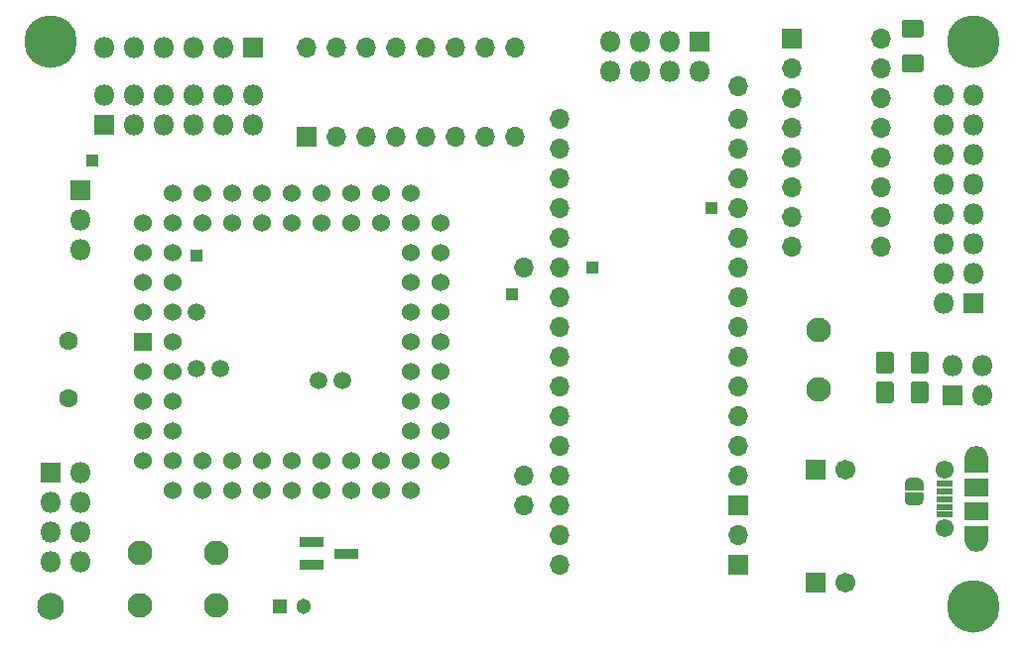
<source format=gbr>
%TF.GenerationSoftware,KiCad,Pcbnew,5.0.0-fee4fd1~66~ubuntu18.04.1*%
%TF.CreationDate,2018-09-09T22:09:21+02:00*%
%TF.ProjectId,z180,7A3138302E6B696361645F7063620000,0.1*%
%TF.SameCoordinates,Original*%
%TF.FileFunction,Soldermask,Top*%
%TF.FilePolarity,Negative*%
%FSLAX46Y46*%
G04 Gerber Fmt 4.6, Leading zero omitted, Abs format (unit mm)*
G04 Created by KiCad (PCBNEW 5.0.0-fee4fd1~66~ubuntu18.04.1) date Sun Sep  9 22:09:21 2018*
%MOMM*%
%LPD*%
G01*
G04 APERTURE LIST*
%ADD10C,0.500000*%
%ADD11C,0.100000*%
%ADD12R,2.001600X1.601600*%
%ADD13C,1.551600*%
%ADD14R,1.451600X0.501600*%
%ADD15O,2.001600X2.001600*%
%ADD16R,2.001600X1.301600*%
%ADD17O,1.801600X1.801600*%
%ADD18R,1.801600X1.801600*%
%ADD19C,2.301600*%
%ADD20C,1.524000*%
%ADD21R,1.524000X1.524000*%
%ADD22O,1.701600X1.701600*%
%ADD23R,1.701600X1.701600*%
%ADD24C,0.801600*%
%ADD25C,4.501600*%
%ADD26C,2.101600*%
%ADD27C,1.701600*%
%ADD28C,1.526600*%
%ADD29C,1.301600*%
%ADD30R,1.301600X1.301600*%
%ADD31C,1.501600*%
%ADD32R,1.101600X1.101600*%
%ADD33R,2.001600X0.901600*%
%ADD34C,1.601600*%
G04 APERTURE END LIST*
D10*
X115316000Y-59436000D03*
D11*
G36*
X116116198Y-59442113D02*
X116116198Y-59460534D01*
X116115953Y-59465514D01*
X116111143Y-59514345D01*
X116110412Y-59519275D01*
X116100840Y-59567400D01*
X116099628Y-59572237D01*
X116085384Y-59619192D01*
X116083705Y-59623885D01*
X116064928Y-59669218D01*
X116062796Y-59673726D01*
X116039665Y-59716999D01*
X116037103Y-59721273D01*
X116009843Y-59762072D01*
X116006873Y-59766077D01*
X115975745Y-59804006D01*
X115972397Y-59807700D01*
X115937700Y-59842397D01*
X115934006Y-59845745D01*
X115896077Y-59876873D01*
X115892072Y-59879843D01*
X115851273Y-59907103D01*
X115846999Y-59909665D01*
X115803726Y-59932796D01*
X115799218Y-59934928D01*
X115753885Y-59953705D01*
X115749192Y-59955384D01*
X115702237Y-59969628D01*
X115697400Y-59970840D01*
X115649275Y-59980412D01*
X115644345Y-59981143D01*
X115595514Y-59985953D01*
X115590534Y-59986198D01*
X115572113Y-59986198D01*
X115566000Y-59986800D01*
X115066000Y-59986800D01*
X115059887Y-59986198D01*
X115041466Y-59986198D01*
X115036486Y-59985953D01*
X114987655Y-59981143D01*
X114982725Y-59980412D01*
X114934600Y-59970840D01*
X114929763Y-59969628D01*
X114882808Y-59955384D01*
X114878115Y-59953705D01*
X114832782Y-59934928D01*
X114828274Y-59932796D01*
X114785001Y-59909665D01*
X114780727Y-59907103D01*
X114739928Y-59879843D01*
X114735923Y-59876873D01*
X114697994Y-59845745D01*
X114694300Y-59842397D01*
X114659603Y-59807700D01*
X114656255Y-59804006D01*
X114625127Y-59766077D01*
X114622157Y-59762072D01*
X114594897Y-59721273D01*
X114592335Y-59716999D01*
X114569204Y-59673726D01*
X114567072Y-59669218D01*
X114548295Y-59623885D01*
X114546616Y-59619192D01*
X114532372Y-59572237D01*
X114531160Y-59567400D01*
X114521588Y-59519275D01*
X114520857Y-59514345D01*
X114516047Y-59465514D01*
X114515802Y-59460534D01*
X114515802Y-59442113D01*
X114515200Y-59436000D01*
X114515200Y-58936000D01*
X114516176Y-58926089D01*
X114519067Y-58916560D01*
X114523761Y-58907777D01*
X114530079Y-58900079D01*
X114537777Y-58893761D01*
X114546560Y-58889067D01*
X114556089Y-58886176D01*
X114566000Y-58885200D01*
X116066000Y-58885200D01*
X116075911Y-58886176D01*
X116085440Y-58889067D01*
X116094223Y-58893761D01*
X116101921Y-58900079D01*
X116108239Y-58907777D01*
X116112933Y-58916560D01*
X116115824Y-58926089D01*
X116116800Y-58936000D01*
X116116800Y-59436000D01*
X116116198Y-59442113D01*
X116116198Y-59442113D01*
G37*
D10*
X115316000Y-58136000D03*
D11*
G36*
X116115824Y-58645911D02*
X116112933Y-58655440D01*
X116108239Y-58664223D01*
X116101921Y-58671921D01*
X116094223Y-58678239D01*
X116085440Y-58682933D01*
X116075911Y-58685824D01*
X116066000Y-58686800D01*
X114566000Y-58686800D01*
X114556089Y-58685824D01*
X114546560Y-58682933D01*
X114537777Y-58678239D01*
X114530079Y-58671921D01*
X114523761Y-58664223D01*
X114519067Y-58655440D01*
X114516176Y-58645911D01*
X114515200Y-58636000D01*
X114515200Y-58136000D01*
X114515802Y-58129887D01*
X114515802Y-58111466D01*
X114516047Y-58106486D01*
X114520857Y-58057655D01*
X114521588Y-58052725D01*
X114531160Y-58004600D01*
X114532372Y-57999763D01*
X114546616Y-57952808D01*
X114548295Y-57948115D01*
X114567072Y-57902782D01*
X114569204Y-57898274D01*
X114592335Y-57855001D01*
X114594897Y-57850727D01*
X114622157Y-57809928D01*
X114625127Y-57805923D01*
X114656255Y-57767994D01*
X114659603Y-57764300D01*
X114694300Y-57729603D01*
X114697994Y-57726255D01*
X114735923Y-57695127D01*
X114739928Y-57692157D01*
X114780727Y-57664897D01*
X114785001Y-57662335D01*
X114828274Y-57639204D01*
X114832782Y-57637072D01*
X114878115Y-57618295D01*
X114882808Y-57616616D01*
X114929763Y-57602372D01*
X114934600Y-57601160D01*
X114982725Y-57591588D01*
X114987655Y-57590857D01*
X115036486Y-57586047D01*
X115041466Y-57585802D01*
X115059887Y-57585802D01*
X115066000Y-57585200D01*
X115566000Y-57585200D01*
X115572113Y-57585802D01*
X115590534Y-57585802D01*
X115595514Y-57586047D01*
X115644345Y-57590857D01*
X115649275Y-57591588D01*
X115697400Y-57601160D01*
X115702237Y-57602372D01*
X115749192Y-57616616D01*
X115753885Y-57618295D01*
X115799218Y-57637072D01*
X115803726Y-57639204D01*
X115846999Y-57662335D01*
X115851273Y-57664897D01*
X115892072Y-57692157D01*
X115896077Y-57695127D01*
X115934006Y-57726255D01*
X115937700Y-57729603D01*
X115972397Y-57764300D01*
X115975745Y-57767994D01*
X116006873Y-57805923D01*
X116009843Y-57809928D01*
X116037103Y-57850727D01*
X116039665Y-57855001D01*
X116062796Y-57898274D01*
X116064928Y-57902782D01*
X116083705Y-57948115D01*
X116085384Y-57952808D01*
X116099628Y-57999763D01*
X116100840Y-58004600D01*
X116110412Y-58052725D01*
X116111143Y-58057655D01*
X116115953Y-58106486D01*
X116116198Y-58111466D01*
X116116198Y-58129887D01*
X116116800Y-58136000D01*
X116116800Y-58636000D01*
X116115824Y-58645911D01*
X116115824Y-58645911D01*
G37*
D12*
X120617500Y-58436000D03*
D13*
X117917500Y-61936000D03*
D14*
X117917500Y-60086000D03*
X117917500Y-60736000D03*
X117917500Y-58136000D03*
X117917500Y-58786000D03*
X117917500Y-59436000D03*
D13*
X117917500Y-56936000D03*
D12*
X120617500Y-60436000D03*
D15*
X120617500Y-62936000D03*
X120617500Y-55936000D03*
D16*
X120617500Y-56536000D03*
X120617500Y-62336000D03*
D17*
X44196000Y-64770000D03*
X41656000Y-64770000D03*
X44196000Y-62230000D03*
X41656000Y-62230000D03*
X44196000Y-59690000D03*
X41656000Y-59690000D03*
X44196000Y-57150000D03*
D18*
X41656000Y-57150000D03*
D19*
X41656000Y-68580000D03*
D17*
X44196000Y-38100000D03*
X44196000Y-35560000D03*
D18*
X44196000Y-33020000D03*
D17*
X117856000Y-24892000D03*
X120396000Y-24892000D03*
X117856000Y-27432000D03*
X120396000Y-27432000D03*
X117856000Y-29972000D03*
X120396000Y-29972000D03*
X117856000Y-32512000D03*
X120396000Y-32512000D03*
X117856000Y-35052000D03*
X120396000Y-35052000D03*
X117856000Y-37592000D03*
X120396000Y-37592000D03*
X117856000Y-40132000D03*
X120396000Y-40132000D03*
X117856000Y-42672000D03*
D18*
X120396000Y-42672000D03*
D17*
X46228000Y-20828000D03*
X48768000Y-20828000D03*
X51308000Y-20828000D03*
X53848000Y-20828000D03*
X56388000Y-20828000D03*
D18*
X58928000Y-20828000D03*
D20*
X52070000Y-33274000D03*
X54610000Y-33274000D03*
X57150000Y-33274000D03*
X59690000Y-33274000D03*
X62230000Y-33274000D03*
X64770000Y-33274000D03*
X67310000Y-33274000D03*
X69850000Y-33274000D03*
X49530000Y-35814000D03*
X54610000Y-35814000D03*
X57150000Y-35814000D03*
X59690000Y-35814000D03*
X62230000Y-35814000D03*
X64770000Y-35814000D03*
X67310000Y-35814000D03*
X69850000Y-35814000D03*
X72390000Y-35814000D03*
X74930000Y-35814000D03*
X74930000Y-38354000D03*
X74930000Y-40894000D03*
X74930000Y-43434000D03*
X74930000Y-45974000D03*
X74930000Y-48514000D03*
X74930000Y-51054000D03*
X74930000Y-53594000D03*
X74930000Y-56134000D03*
X72390000Y-33274000D03*
X72390000Y-38354000D03*
X72390000Y-40894000D03*
X72390000Y-43434000D03*
X72390000Y-45974000D03*
X72390000Y-48514000D03*
X72390000Y-51054000D03*
X72390000Y-53594000D03*
X72390000Y-56134000D03*
X72390000Y-58674000D03*
X69850000Y-58674000D03*
X67310000Y-58674000D03*
X64770000Y-58674000D03*
X62230000Y-58674000D03*
X59690000Y-58674000D03*
X57150000Y-58674000D03*
X54610000Y-58674000D03*
X52070000Y-58674000D03*
X69850000Y-56134000D03*
X67310000Y-56134000D03*
X64770000Y-56134000D03*
X62230000Y-56134000D03*
X59690000Y-56134000D03*
X57150000Y-56134000D03*
X54610000Y-56134000D03*
X52070000Y-56134000D03*
X49530000Y-38354000D03*
X49530000Y-40894000D03*
X49530000Y-43434000D03*
X49530000Y-56134000D03*
X49530000Y-53594000D03*
X49530000Y-51054000D03*
X49530000Y-48514000D03*
D21*
X49530000Y-45974000D03*
D20*
X52070000Y-35814000D03*
X52070000Y-38354000D03*
X52070000Y-40894000D03*
X52070000Y-43434000D03*
X52070000Y-53594000D03*
X52070000Y-51054000D03*
X52070000Y-48514000D03*
X52070000Y-45974000D03*
D17*
X89408000Y-22860000D03*
X89408000Y-20320000D03*
X91948000Y-22860000D03*
X91948000Y-20320000D03*
X94488000Y-22860000D03*
X94488000Y-20320000D03*
X97028000Y-22860000D03*
D18*
X97028000Y-20320000D03*
D22*
X85090000Y-65024000D03*
X100330000Y-26924000D03*
X85090000Y-62484000D03*
X100330000Y-29464000D03*
X85090000Y-59944000D03*
X100330000Y-32004000D03*
X85090000Y-57404000D03*
X100330000Y-34544000D03*
X85090000Y-54864000D03*
X100330000Y-37084000D03*
X85090000Y-52324000D03*
X100330000Y-39624000D03*
X85090000Y-49784000D03*
X100330000Y-42164000D03*
X85090000Y-47244000D03*
X100330000Y-44704000D03*
X85090000Y-44704000D03*
X100330000Y-47244000D03*
X85090000Y-42164000D03*
X100330000Y-49784000D03*
X85090000Y-39624000D03*
X100330000Y-52324000D03*
X85090000Y-37084000D03*
X100330000Y-54864000D03*
X85090000Y-34544000D03*
X100330000Y-57404000D03*
X85090000Y-32004000D03*
X100330000Y-59944000D03*
X85090000Y-29464000D03*
X100330000Y-62484000D03*
X85090000Y-26924000D03*
D23*
X100330000Y-65024000D03*
D22*
X63500000Y-20828000D03*
X81280000Y-28448000D03*
X66040000Y-20828000D03*
X78740000Y-28448000D03*
X68580000Y-20828000D03*
X76200000Y-28448000D03*
X71120000Y-20828000D03*
X73660000Y-28448000D03*
X73660000Y-20828000D03*
X71120000Y-28448000D03*
X76200000Y-20828000D03*
X68580000Y-28448000D03*
X78740000Y-20828000D03*
X66040000Y-28448000D03*
X81280000Y-20828000D03*
D23*
X63500000Y-28448000D03*
D24*
X121562726Y-19153274D03*
X120396000Y-18670000D03*
X119229274Y-19153274D03*
X118746000Y-20320000D03*
X119229274Y-21486726D03*
X120396000Y-21970000D03*
X121562726Y-21486726D03*
X122046000Y-20320000D03*
D25*
X120396000Y-20320000D03*
D24*
X42822726Y-19153274D03*
X41656000Y-18670000D03*
X40489274Y-19153274D03*
X40006000Y-20320000D03*
X40489274Y-21486726D03*
X41656000Y-21970000D03*
X42822726Y-21486726D03*
X43306000Y-20320000D03*
D25*
X41656000Y-20320000D03*
D26*
X107198000Y-44958000D03*
X107188000Y-50038000D03*
D27*
X109434000Y-66548000D03*
D23*
X106934000Y-66548000D03*
D22*
X82042000Y-59944000D03*
X100330000Y-24130000D03*
X82042000Y-57404000D03*
X100330000Y-29464000D03*
X85090000Y-54864000D03*
X100330000Y-32004000D03*
X85090000Y-52324000D03*
X100330000Y-34544000D03*
X85090000Y-49784000D03*
X100330000Y-37084000D03*
X85090000Y-47244000D03*
X100330000Y-39624000D03*
X85090000Y-44704000D03*
X100330000Y-42164000D03*
X85090000Y-42164000D03*
X100330000Y-44704000D03*
X82042000Y-39624000D03*
X100330000Y-47244000D03*
X85090000Y-37084000D03*
X100330000Y-49784000D03*
X85090000Y-34544000D03*
X100330000Y-52324000D03*
X85090000Y-32004000D03*
X100330000Y-54864000D03*
X85090000Y-29464000D03*
X100330000Y-57404000D03*
X85090000Y-26924000D03*
D23*
X100330000Y-59944000D03*
D24*
X121562726Y-67413274D03*
X120396000Y-66930000D03*
X119229274Y-67413274D03*
X118746000Y-68580000D03*
X119229274Y-69746726D03*
X120396000Y-70230000D03*
X121562726Y-69746726D03*
X122046000Y-68580000D03*
D25*
X120396000Y-68580000D03*
D11*
G36*
X115873226Y-18451490D02*
X115899225Y-18455346D01*
X115924720Y-18461732D01*
X115949467Y-18470587D01*
X115973227Y-18481824D01*
X115995771Y-18495337D01*
X116016881Y-18510993D01*
X116036356Y-18528644D01*
X116054007Y-18548119D01*
X116069663Y-18569229D01*
X116083176Y-18591773D01*
X116094413Y-18615533D01*
X116103268Y-18640280D01*
X116109654Y-18665775D01*
X116113510Y-18691774D01*
X116114800Y-18718025D01*
X116114800Y-19708975D01*
X116113510Y-19735226D01*
X116109654Y-19761225D01*
X116103268Y-19786720D01*
X116094413Y-19811467D01*
X116083176Y-19835227D01*
X116069663Y-19857771D01*
X116054007Y-19878881D01*
X116036356Y-19898356D01*
X116016881Y-19916007D01*
X115995771Y-19931663D01*
X115973227Y-19945176D01*
X115949467Y-19956413D01*
X115924720Y-19965268D01*
X115899225Y-19971654D01*
X115873226Y-19975510D01*
X115846975Y-19976800D01*
X114531025Y-19976800D01*
X114504774Y-19975510D01*
X114478775Y-19971654D01*
X114453280Y-19965268D01*
X114428533Y-19956413D01*
X114404773Y-19945176D01*
X114382229Y-19931663D01*
X114361119Y-19916007D01*
X114341644Y-19898356D01*
X114323993Y-19878881D01*
X114308337Y-19857771D01*
X114294824Y-19835227D01*
X114283587Y-19811467D01*
X114274732Y-19786720D01*
X114268346Y-19761225D01*
X114264490Y-19735226D01*
X114263200Y-19708975D01*
X114263200Y-18718025D01*
X114264490Y-18691774D01*
X114268346Y-18665775D01*
X114274732Y-18640280D01*
X114283587Y-18615533D01*
X114294824Y-18591773D01*
X114308337Y-18569229D01*
X114323993Y-18548119D01*
X114341644Y-18528644D01*
X114361119Y-18510993D01*
X114382229Y-18495337D01*
X114404773Y-18481824D01*
X114428533Y-18470587D01*
X114453280Y-18461732D01*
X114478775Y-18455346D01*
X114504774Y-18451490D01*
X114531025Y-18450200D01*
X115846975Y-18450200D01*
X115873226Y-18451490D01*
X115873226Y-18451490D01*
G37*
D28*
X115189000Y-19213500D03*
D11*
G36*
X115873226Y-21426490D02*
X115899225Y-21430346D01*
X115924720Y-21436732D01*
X115949467Y-21445587D01*
X115973227Y-21456824D01*
X115995771Y-21470337D01*
X116016881Y-21485993D01*
X116036356Y-21503644D01*
X116054007Y-21523119D01*
X116069663Y-21544229D01*
X116083176Y-21566773D01*
X116094413Y-21590533D01*
X116103268Y-21615280D01*
X116109654Y-21640775D01*
X116113510Y-21666774D01*
X116114800Y-21693025D01*
X116114800Y-22683975D01*
X116113510Y-22710226D01*
X116109654Y-22736225D01*
X116103268Y-22761720D01*
X116094413Y-22786467D01*
X116083176Y-22810227D01*
X116069663Y-22832771D01*
X116054007Y-22853881D01*
X116036356Y-22873356D01*
X116016881Y-22891007D01*
X115995771Y-22906663D01*
X115973227Y-22920176D01*
X115949467Y-22931413D01*
X115924720Y-22940268D01*
X115899225Y-22946654D01*
X115873226Y-22950510D01*
X115846975Y-22951800D01*
X114531025Y-22951800D01*
X114504774Y-22950510D01*
X114478775Y-22946654D01*
X114453280Y-22940268D01*
X114428533Y-22931413D01*
X114404773Y-22920176D01*
X114382229Y-22906663D01*
X114361119Y-22891007D01*
X114341644Y-22873356D01*
X114323993Y-22853881D01*
X114308337Y-22832771D01*
X114294824Y-22810227D01*
X114283587Y-22786467D01*
X114274732Y-22761720D01*
X114268346Y-22736225D01*
X114264490Y-22710226D01*
X114263200Y-22683975D01*
X114263200Y-21693025D01*
X114264490Y-21666774D01*
X114268346Y-21640775D01*
X114274732Y-21615280D01*
X114283587Y-21590533D01*
X114294824Y-21566773D01*
X114308337Y-21544229D01*
X114323993Y-21523119D01*
X114341644Y-21503644D01*
X114361119Y-21485993D01*
X114382229Y-21470337D01*
X114404773Y-21456824D01*
X114428533Y-21445587D01*
X114453280Y-21436732D01*
X114478775Y-21430346D01*
X114504774Y-21426490D01*
X114531025Y-21425200D01*
X115846975Y-21425200D01*
X115873226Y-21426490D01*
X115873226Y-21426490D01*
G37*
D28*
X115189000Y-22188500D03*
D22*
X112485500Y-20066000D03*
X104865500Y-37846000D03*
X112485500Y-22606000D03*
X104865500Y-35306000D03*
X112485500Y-25146000D03*
X104865500Y-32766000D03*
X112485500Y-27686000D03*
X104865500Y-30226000D03*
X112485500Y-30226000D03*
X104865500Y-27686000D03*
X112485500Y-32766000D03*
X104865500Y-25146000D03*
X112485500Y-35306000D03*
X104865500Y-22606000D03*
X112485500Y-37846000D03*
D23*
X104865500Y-20066000D03*
D29*
X63214000Y-68580000D03*
D30*
X61214000Y-68580000D03*
D27*
X109434000Y-56896000D03*
D23*
X106934000Y-56896000D03*
D17*
X58928000Y-24892000D03*
X58928000Y-27432000D03*
X56388000Y-24892000D03*
X56388000Y-27432000D03*
X53848000Y-24892000D03*
X53848000Y-27432000D03*
X51308000Y-24892000D03*
X51308000Y-27432000D03*
X48768000Y-24892000D03*
X48768000Y-27432000D03*
X46228000Y-24892000D03*
D18*
X46228000Y-27432000D03*
D31*
X54070000Y-43434000D03*
X52070000Y-43434000D03*
X66516000Y-49276000D03*
X64516000Y-49276000D03*
X56102000Y-48260000D03*
X54102000Y-48260000D03*
D32*
X87884000Y-39624000D03*
X98044000Y-34544000D03*
X81026000Y-41910000D03*
X54102000Y-38608000D03*
X45212000Y-30480000D03*
D26*
X55776000Y-64008000D03*
X55776000Y-68508000D03*
X49276000Y-64008000D03*
X49276000Y-68508000D03*
D11*
G36*
X116309226Y-46827490D02*
X116335225Y-46831346D01*
X116360720Y-46837732D01*
X116385467Y-46846587D01*
X116409227Y-46857824D01*
X116431771Y-46871337D01*
X116452881Y-46886993D01*
X116472356Y-46904644D01*
X116490007Y-46924119D01*
X116505663Y-46945229D01*
X116519176Y-46967773D01*
X116530413Y-46991533D01*
X116539268Y-47016280D01*
X116545654Y-47041775D01*
X116549510Y-47067774D01*
X116550800Y-47094025D01*
X116550800Y-48409975D01*
X116549510Y-48436226D01*
X116545654Y-48462225D01*
X116539268Y-48487720D01*
X116530413Y-48512467D01*
X116519176Y-48536227D01*
X116505663Y-48558771D01*
X116490007Y-48579881D01*
X116472356Y-48599356D01*
X116452881Y-48617007D01*
X116431771Y-48632663D01*
X116409227Y-48646176D01*
X116385467Y-48657413D01*
X116360720Y-48666268D01*
X116335225Y-48672654D01*
X116309226Y-48676510D01*
X116282975Y-48677800D01*
X115292025Y-48677800D01*
X115265774Y-48676510D01*
X115239775Y-48672654D01*
X115214280Y-48666268D01*
X115189533Y-48657413D01*
X115165773Y-48646176D01*
X115143229Y-48632663D01*
X115122119Y-48617007D01*
X115102644Y-48599356D01*
X115084993Y-48579881D01*
X115069337Y-48558771D01*
X115055824Y-48536227D01*
X115044587Y-48512467D01*
X115035732Y-48487720D01*
X115029346Y-48462225D01*
X115025490Y-48436226D01*
X115024200Y-48409975D01*
X115024200Y-47094025D01*
X115025490Y-47067774D01*
X115029346Y-47041775D01*
X115035732Y-47016280D01*
X115044587Y-46991533D01*
X115055824Y-46967773D01*
X115069337Y-46945229D01*
X115084993Y-46924119D01*
X115102644Y-46904644D01*
X115122119Y-46886993D01*
X115143229Y-46871337D01*
X115165773Y-46857824D01*
X115189533Y-46846587D01*
X115214280Y-46837732D01*
X115239775Y-46831346D01*
X115265774Y-46827490D01*
X115292025Y-46826200D01*
X116282975Y-46826200D01*
X116309226Y-46827490D01*
X116309226Y-46827490D01*
G37*
D28*
X115787500Y-47752000D03*
D11*
G36*
X113334226Y-46827490D02*
X113360225Y-46831346D01*
X113385720Y-46837732D01*
X113410467Y-46846587D01*
X113434227Y-46857824D01*
X113456771Y-46871337D01*
X113477881Y-46886993D01*
X113497356Y-46904644D01*
X113515007Y-46924119D01*
X113530663Y-46945229D01*
X113544176Y-46967773D01*
X113555413Y-46991533D01*
X113564268Y-47016280D01*
X113570654Y-47041775D01*
X113574510Y-47067774D01*
X113575800Y-47094025D01*
X113575800Y-48409975D01*
X113574510Y-48436226D01*
X113570654Y-48462225D01*
X113564268Y-48487720D01*
X113555413Y-48512467D01*
X113544176Y-48536227D01*
X113530663Y-48558771D01*
X113515007Y-48579881D01*
X113497356Y-48599356D01*
X113477881Y-48617007D01*
X113456771Y-48632663D01*
X113434227Y-48646176D01*
X113410467Y-48657413D01*
X113385720Y-48666268D01*
X113360225Y-48672654D01*
X113334226Y-48676510D01*
X113307975Y-48677800D01*
X112317025Y-48677800D01*
X112290774Y-48676510D01*
X112264775Y-48672654D01*
X112239280Y-48666268D01*
X112214533Y-48657413D01*
X112190773Y-48646176D01*
X112168229Y-48632663D01*
X112147119Y-48617007D01*
X112127644Y-48599356D01*
X112109993Y-48579881D01*
X112094337Y-48558771D01*
X112080824Y-48536227D01*
X112069587Y-48512467D01*
X112060732Y-48487720D01*
X112054346Y-48462225D01*
X112050490Y-48436226D01*
X112049200Y-48409975D01*
X112049200Y-47094025D01*
X112050490Y-47067774D01*
X112054346Y-47041775D01*
X112060732Y-47016280D01*
X112069587Y-46991533D01*
X112080824Y-46967773D01*
X112094337Y-46945229D01*
X112109993Y-46924119D01*
X112127644Y-46904644D01*
X112147119Y-46886993D01*
X112168229Y-46871337D01*
X112190773Y-46857824D01*
X112214533Y-46846587D01*
X112239280Y-46837732D01*
X112264775Y-46831346D01*
X112290774Y-46827490D01*
X112317025Y-46826200D01*
X113307975Y-46826200D01*
X113334226Y-46827490D01*
X113334226Y-46827490D01*
G37*
D28*
X112812500Y-47752000D03*
D33*
X66883410Y-64067691D03*
X63883410Y-65017691D03*
X63883410Y-63117691D03*
D11*
G36*
X116309226Y-49367490D02*
X116335225Y-49371346D01*
X116360720Y-49377732D01*
X116385467Y-49386587D01*
X116409227Y-49397824D01*
X116431771Y-49411337D01*
X116452881Y-49426993D01*
X116472356Y-49444644D01*
X116490007Y-49464119D01*
X116505663Y-49485229D01*
X116519176Y-49507773D01*
X116530413Y-49531533D01*
X116539268Y-49556280D01*
X116545654Y-49581775D01*
X116549510Y-49607774D01*
X116550800Y-49634025D01*
X116550800Y-50949975D01*
X116549510Y-50976226D01*
X116545654Y-51002225D01*
X116539268Y-51027720D01*
X116530413Y-51052467D01*
X116519176Y-51076227D01*
X116505663Y-51098771D01*
X116490007Y-51119881D01*
X116472356Y-51139356D01*
X116452881Y-51157007D01*
X116431771Y-51172663D01*
X116409227Y-51186176D01*
X116385467Y-51197413D01*
X116360720Y-51206268D01*
X116335225Y-51212654D01*
X116309226Y-51216510D01*
X116282975Y-51217800D01*
X115292025Y-51217800D01*
X115265774Y-51216510D01*
X115239775Y-51212654D01*
X115214280Y-51206268D01*
X115189533Y-51197413D01*
X115165773Y-51186176D01*
X115143229Y-51172663D01*
X115122119Y-51157007D01*
X115102644Y-51139356D01*
X115084993Y-51119881D01*
X115069337Y-51098771D01*
X115055824Y-51076227D01*
X115044587Y-51052467D01*
X115035732Y-51027720D01*
X115029346Y-51002225D01*
X115025490Y-50976226D01*
X115024200Y-50949975D01*
X115024200Y-49634025D01*
X115025490Y-49607774D01*
X115029346Y-49581775D01*
X115035732Y-49556280D01*
X115044587Y-49531533D01*
X115055824Y-49507773D01*
X115069337Y-49485229D01*
X115084993Y-49464119D01*
X115102644Y-49444644D01*
X115122119Y-49426993D01*
X115143229Y-49411337D01*
X115165773Y-49397824D01*
X115189533Y-49386587D01*
X115214280Y-49377732D01*
X115239775Y-49371346D01*
X115265774Y-49367490D01*
X115292025Y-49366200D01*
X116282975Y-49366200D01*
X116309226Y-49367490D01*
X116309226Y-49367490D01*
G37*
D28*
X115787500Y-50292000D03*
D11*
G36*
X113334226Y-49367490D02*
X113360225Y-49371346D01*
X113385720Y-49377732D01*
X113410467Y-49386587D01*
X113434227Y-49397824D01*
X113456771Y-49411337D01*
X113477881Y-49426993D01*
X113497356Y-49444644D01*
X113515007Y-49464119D01*
X113530663Y-49485229D01*
X113544176Y-49507773D01*
X113555413Y-49531533D01*
X113564268Y-49556280D01*
X113570654Y-49581775D01*
X113574510Y-49607774D01*
X113575800Y-49634025D01*
X113575800Y-50949975D01*
X113574510Y-50976226D01*
X113570654Y-51002225D01*
X113564268Y-51027720D01*
X113555413Y-51052467D01*
X113544176Y-51076227D01*
X113530663Y-51098771D01*
X113515007Y-51119881D01*
X113497356Y-51139356D01*
X113477881Y-51157007D01*
X113456771Y-51172663D01*
X113434227Y-51186176D01*
X113410467Y-51197413D01*
X113385720Y-51206268D01*
X113360225Y-51212654D01*
X113334226Y-51216510D01*
X113307975Y-51217800D01*
X112317025Y-51217800D01*
X112290774Y-51216510D01*
X112264775Y-51212654D01*
X112239280Y-51206268D01*
X112214533Y-51197413D01*
X112190773Y-51186176D01*
X112168229Y-51172663D01*
X112147119Y-51157007D01*
X112127644Y-51139356D01*
X112109993Y-51119881D01*
X112094337Y-51098771D01*
X112080824Y-51076227D01*
X112069587Y-51052467D01*
X112060732Y-51027720D01*
X112054346Y-51002225D01*
X112050490Y-50976226D01*
X112049200Y-50949975D01*
X112049200Y-49634025D01*
X112050490Y-49607774D01*
X112054346Y-49581775D01*
X112060732Y-49556280D01*
X112069587Y-49531533D01*
X112080824Y-49507773D01*
X112094337Y-49485229D01*
X112109993Y-49464119D01*
X112127644Y-49444644D01*
X112147119Y-49426993D01*
X112168229Y-49411337D01*
X112190773Y-49397824D01*
X112214533Y-49386587D01*
X112239280Y-49377732D01*
X112264775Y-49371346D01*
X112290774Y-49367490D01*
X112317025Y-49366200D01*
X113307975Y-49366200D01*
X113334226Y-49367490D01*
X113334226Y-49367490D01*
G37*
D28*
X112812500Y-50292000D03*
D17*
X121158000Y-48006000D03*
X121158000Y-50546000D03*
X118618000Y-48006000D03*
D18*
X118618000Y-50546000D03*
D34*
X43180000Y-45920000D03*
X43180000Y-50800000D03*
M02*

</source>
